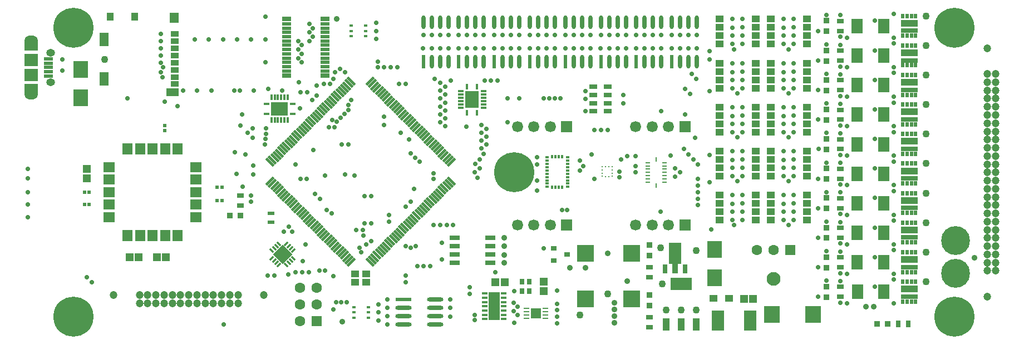
<source format=gbr>
%TF.GenerationSoftware,Altium Limited,Altium Designer,22.4.2 (48)*%
G04 Layer_Color=8388736*
%FSLAX45Y45*%
%MOMM*%
%TF.SameCoordinates,3A7B4B19-9BDF-4AC5-8A71-DEF6C9DA19E2*%
%TF.FilePolarity,Negative*%
%TF.FileFunction,Soldermask,Top*%
%TF.Part,Single*%
G01*
G75*
%TA.AperFunction,SMDPad,CuDef*%
%ADD26R,0.67500X0.25000*%
%ADD34R,1.10000X0.60000*%
%ADD40R,0.27500X0.25000*%
%ADD47R,1.50000X1.80000*%
%ADD48R,1.80000X1.50000*%
%ADD50R,0.90000X0.80000*%
%ADD52R,0.80000X0.90000*%
G04:AMPARAMS|DCode=53|XSize=0.85mm|YSize=0.25mm|CornerRadius=0.125mm|HoleSize=0mm|Usage=FLASHONLY|Rotation=0.000|XOffset=0mm|YOffset=0mm|HoleType=Round|Shape=RoundedRectangle|*
%AMROUNDEDRECTD53*
21,1,0.85000,0.00000,0,0,0.0*
21,1,0.60000,0.25000,0,0,0.0*
1,1,0.25000,0.30000,0.00000*
1,1,0.25000,-0.30000,0.00000*
1,1,0.25000,-0.30000,0.00000*
1,1,0.25000,0.30000,0.00000*
%
%ADD53ROUNDEDRECTD53*%
%ADD54R,1.50000X1.60000*%
%ADD56R,1.20000X1.00000*%
G04:AMPARAMS|DCode=58|XSize=2.46916mm|YSize=0.62213mm|CornerRadius=0.31107mm|HoleSize=0mm|Usage=FLASHONLY|Rotation=0.000|XOffset=0mm|YOffset=0mm|HoleType=Round|Shape=RoundedRectangle|*
%AMROUNDEDRECTD58*
21,1,2.46916,0.00000,0,0,0.0*
21,1,1.84702,0.62213,0,0,0.0*
1,1,0.62213,0.92351,0.00000*
1,1,0.62213,-0.92351,0.00000*
1,1,0.62213,-0.92351,0.00000*
1,1,0.62213,0.92351,0.00000*
%
%ADD58ROUNDEDRECTD58*%
%ADD61R,0.60000X0.40000*%
%ADD65R,1.78000X2.16000*%
%ADD66R,2.46916X0.62213*%
%ADD70R,0.51535X0.47247*%
%ADD71R,0.47247X0.51535*%
%ADD72R,2.30000X2.50000*%
%ADD74R,2.50000X2.50000*%
%ADD76R,1.95580X3.14960*%
%ADD77R,0.25000X0.67500*%
%ADD78R,0.25000X0.27500*%
%TA.AperFunction,ViaPad*%
%ADD98C,0.50000*%
%TA.AperFunction,SMDPad,CuDef*%
%ADD105R,1.00000X0.80000*%
%ADD106R,0.80000X1.00000*%
%ADD107R,1.20000X1.15000*%
%ADD108R,1.15000X1.20000*%
%TA.AperFunction,ComponentPad*%
%ADD113C,1.20000*%
%ADD114C,4.40000*%
%ADD115C,1.60000*%
%ADD116C,1.69000*%
%ADD117O,1.35000X1.15000*%
%ADD118O,2.00000X1.30000*%
%ADD119R,1.69000X1.69000*%
%ADD120R,1.60000X1.60000*%
%ADD121R,1.60000X1.60000*%
%TA.AperFunction,ViaPad*%
%ADD122C,0.70000*%
%ADD123C,1.10000*%
%ADD124C,2.10000*%
%ADD125C,0.90000*%
%ADD126C,6.10000*%
%TA.AperFunction,NonConductor*%
%ADD139R,0.29997X0.52502*%
%ADD140R,0.30002X0.52502*%
%ADD141R,0.30002X0.52497*%
%ADD142R,0.29997X0.52497*%
%ADD143R,0.52502X0.40000*%
%ADD144R,0.52502X0.40005*%
%ADD145R,0.52497X0.40000*%
%ADD146R,0.52497X0.40005*%
%TA.AperFunction,SMDPad,CuDef*%
G04:AMPARAMS|DCode=147|XSize=0.4mm|YSize=1.6mm|CornerRadius=0mm|HoleSize=0mm|Usage=FLASHONLY|Rotation=315.000|XOffset=0mm|YOffset=0mm|HoleType=Round|Shape=Rectangle|*
%AMROTATEDRECTD147*
4,1,4,-0.70711,-0.42426,0.42426,0.70711,0.70711,0.42426,-0.42426,-0.70711,-0.70711,-0.42426,0.0*
%
%ADD147ROTATEDRECTD147*%

G04:AMPARAMS|DCode=148|XSize=0.4mm|YSize=1.6mm|CornerRadius=0mm|HoleSize=0mm|Usage=FLASHONLY|Rotation=45.000|XOffset=0mm|YOffset=0mm|HoleType=Round|Shape=Rectangle|*
%AMROTATEDRECTD148*
4,1,4,0.42426,-0.70711,-0.70711,0.42426,-0.42426,0.70711,0.70711,-0.42426,0.42426,-0.70711,0.0*
%
%ADD148ROTATEDRECTD148*%

%ADD149R,0.38000X0.95000*%
%ADD150R,0.50640X0.78580*%
%ADD151R,1.24000X1.01000*%
%ADD152O,0.60000X2.10000*%
%ADD153R,0.90000X0.90000*%
%ADD154R,2.45000X2.55000*%
%ADD155R,1.00000X1.95000*%
%ADD156R,0.65000X1.40000*%
%ADD157R,0.90000X0.90000*%
%ADD158R,3.30000X1.95000*%
%ADD159R,1.20000X0.70000*%
%TA.AperFunction,ConnectorPad*%
%ADD160R,1.45000X0.50000*%
%TA.AperFunction,SMDPad,CuDef*%
%ADD161R,2.15000X2.65000*%
%ADD162R,0.95000X0.38000*%
%TA.AperFunction,ConnectorPad*%
%ADD163R,1.45000X0.70000*%
%TA.AperFunction,SMDPad,CuDef*%
%ADD164R,2.65000X2.15000*%
%ADD165R,1.45000X1.65000*%
%ADD166R,1.20000X0.95000*%
%TA.AperFunction,ConnectorPad*%
%ADD167R,2.00000X1.90000*%
%TA.AperFunction,SMDPad,CuDef*%
%ADD168R,1.90000X1.27000*%
%ADD169R,1.62500X0.75000*%
%ADD170R,0.95000X0.45000*%
%ADD171R,1.75000X4.35000*%
%ADD172P,2.96985X4X180.0*%
G04:AMPARAMS|DCode=173|XSize=0.75mm|YSize=0.35mm|CornerRadius=0mm|HoleSize=0mm|Usage=FLASHONLY|Rotation=45.000|XOffset=0mm|YOffset=0mm|HoleType=Round|Shape=Rectangle|*
%AMROTATEDRECTD173*
4,1,4,-0.14142,-0.38891,-0.38891,-0.14142,0.14142,0.38891,0.38891,0.14142,-0.14142,-0.38891,0.0*
%
%ADD173ROTATEDRECTD173*%

%ADD174R,2.53840X0.65880*%
%ADD175R,2.53840X1.14140*%
%ADD176R,0.90000X1.57500*%
%ADD177R,1.95000X3.22500*%
%ADD178R,0.60000X2.10000*%
%ADD179R,1.25000X1.10000*%
%ADD180R,1.45000X2.00000*%
%ADD181R,1.10000X1.30000*%
%ADD182R,1.20000X0.85000*%
G04:AMPARAMS|DCode=183|XSize=0.75mm|YSize=0.35mm|CornerRadius=0mm|HoleSize=0mm|Usage=FLASHONLY|Rotation=135.000|XOffset=0mm|YOffset=0mm|HoleType=Round|Shape=Rectangle|*
%AMROTATEDRECTD183*
4,1,4,0.38891,-0.14142,0.14142,-0.38891,-0.38891,0.14142,-0.14142,0.38891,0.38891,-0.14142,0.0*
%
%ADD183ROTATEDRECTD183*%

%TA.AperFunction,Conductor*%
%ADD184R,1.99997X1.67500*%
D26*
X11786250Y3600000D02*
D03*
Y3500000D02*
D03*
Y3400000D02*
D03*
Y3349998D02*
D03*
Y3649997D02*
D03*
Y3549997D02*
D03*
Y3449998D02*
D03*
X11533749Y3349998D02*
D03*
Y3400000D02*
D03*
Y3449998D02*
D03*
Y3500000D02*
D03*
Y3549997D02*
D03*
Y3600000D02*
D03*
Y3649997D02*
D03*
D34*
X5800001Y2880002D02*
D03*
Y2739997D02*
D03*
D40*
X10991250Y3540002D02*
D03*
Y3490000D02*
D03*
Y3590000D02*
D03*
Y3440003D02*
D03*
X10838748D02*
D03*
Y3490000D02*
D03*
Y3540002D02*
D03*
Y3590000D02*
D03*
D47*
X4379998Y3860001D02*
D03*
X3620000D02*
D03*
X4190001Y2539999D02*
D03*
X4379998D02*
D03*
X3620000D02*
D03*
X3810002D02*
D03*
X3999999D02*
D03*
X4190001Y3860001D02*
D03*
X3999999D02*
D03*
X3810002D02*
D03*
D48*
X3340000Y3580002D02*
D03*
X4659998D02*
D03*
Y2819998D02*
D03*
X3340000D02*
D03*
X4659998Y3010001D02*
D03*
Y3199998D02*
D03*
Y3390000D02*
D03*
X3340000D02*
D03*
Y3199998D02*
D03*
Y3010001D02*
D03*
D50*
X10104998Y2154999D02*
D03*
Y2345001D02*
D03*
X10305003Y2250000D02*
D03*
D52*
X9735000Y1835000D02*
D03*
X9625000Y1695000D02*
D03*
Y1835000D02*
D03*
X9735000Y1695000D02*
D03*
D53*
X9980000Y1425000D02*
D03*
X9690000Y1375000D02*
D03*
X9980000D02*
D03*
Y1325000D02*
D03*
Y1275000D02*
D03*
X9690000D02*
D03*
Y1325000D02*
D03*
Y1425000D02*
D03*
D54*
X9835000Y1350000D02*
D03*
D56*
X7249999Y1825001D02*
D03*
X7080002Y1954998D02*
D03*
Y1825001D02*
D03*
X7249999Y1954998D02*
D03*
D58*
X7813640Y1433500D02*
D03*
Y1306500D02*
D03*
Y1179500D02*
D03*
X8296360D02*
D03*
Y1306500D02*
D03*
Y1433500D02*
D03*
Y1560500D02*
D03*
D61*
X7285000Y1284999D02*
D03*
Y1365000D02*
D03*
Y1445000D02*
D03*
X7065000D02*
D03*
Y1365000D02*
D03*
Y1284999D02*
D03*
X7025000Y5576361D02*
D03*
Y5656361D02*
D03*
Y5736361D02*
D03*
X7245000D02*
D03*
X7245000Y5656361D02*
D03*
Y5576361D02*
D03*
D65*
X15122501Y5729994D02*
D03*
X14717500D02*
D03*
X14717499Y5279996D02*
D03*
X14717503Y4829996D02*
D03*
X14717500Y4379997D02*
D03*
X14717499Y3929997D02*
D03*
X14717500Y3479997D02*
D03*
X14717499Y2579997D02*
D03*
X14717500Y2129997D02*
D03*
X14722501Y1679997D02*
D03*
X14717500Y3029997D02*
D03*
X15127498Y1679997D02*
D03*
X15122499Y3479997D02*
D03*
X15122502Y2579997D02*
D03*
X15122498Y4379997D02*
D03*
X15122502Y5279996D02*
D03*
X15122498Y3029997D02*
D03*
X15122502Y3929997D02*
D03*
X15122499Y2129997D02*
D03*
X15122501Y4829996D02*
D03*
D66*
X7813640Y1560500D02*
D03*
D70*
X2962144Y3010000D02*
D03*
X3037856D02*
D03*
X5057857Y3075000D02*
D03*
X4982144D02*
D03*
X3037857Y3200000D02*
D03*
X2962144D02*
D03*
X4982144Y3275000D02*
D03*
X5057856D02*
D03*
D71*
X4185000Y4137144D02*
D03*
Y4212856D02*
D03*
D72*
X12550000Y2324999D02*
D03*
Y1895002D02*
D03*
X2910000Y4640000D02*
D03*
Y5070000D02*
D03*
D74*
X11285001Y1570001D02*
D03*
X11285001Y2269999D02*
D03*
X10585002Y1570000D02*
D03*
Y2269999D02*
D03*
D76*
X12604891Y1244999D02*
D03*
X13095111D02*
D03*
D77*
X11659997Y3298746D02*
D03*
Y3701249D02*
D03*
D78*
X10890000Y3591249D02*
D03*
X10939997D02*
D03*
Y3438748D02*
D03*
X10890000D02*
D03*
D98*
X9885000Y1300000D02*
D03*
Y1400000D02*
D03*
X9785000D02*
D03*
Y1300000D02*
D03*
D105*
X14460001Y5654994D02*
D03*
Y5804994D02*
D03*
X14460001Y5354995D02*
D03*
Y4904996D02*
D03*
Y4454991D02*
D03*
Y4004996D02*
D03*
Y3554996D02*
D03*
Y2654996D02*
D03*
Y2204996D02*
D03*
Y1754991D02*
D03*
Y3104991D02*
D03*
X5340000Y3145000D02*
D03*
Y2995000D02*
D03*
X11559998Y1290001D02*
D03*
Y1139999D02*
D03*
X11560000Y2055001D02*
D03*
Y1904999D02*
D03*
X14460001Y1604994D02*
D03*
Y3404999D02*
D03*
Y2504994D02*
D03*
Y4304993D02*
D03*
Y5204993D02*
D03*
Y2954994D02*
D03*
Y3854994D02*
D03*
Y2054999D02*
D03*
Y4754993D02*
D03*
D106*
X15495001Y1195000D02*
D03*
X15345000D02*
D03*
D107*
X3000000Y3550000D02*
D03*
X9950000Y1835000D02*
D03*
Y1695000D02*
D03*
X3000000Y3410000D02*
D03*
D108*
X13135001Y1575001D02*
D03*
X9215000Y1830000D02*
D03*
X3650000Y2210000D02*
D03*
X4205000Y2205000D02*
D03*
X9355000Y1830000D02*
D03*
X3790000Y2210000D02*
D03*
X4065000Y2205000D02*
D03*
X12995003Y1575001D02*
D03*
D113*
X5299999Y1630000D02*
D03*
X5050002D02*
D03*
X4924998D02*
D03*
X4675001D02*
D03*
X4550003D02*
D03*
X4300000D02*
D03*
X4175002D02*
D03*
X3925000D02*
D03*
X3800002D02*
D03*
X3800001Y1505001D02*
D03*
X16700000Y2250000D02*
D03*
X16825000D02*
D03*
X5175000Y1630000D02*
D03*
X5175000Y1505001D02*
D03*
X4800000Y1630000D02*
D03*
X4424999D02*
D03*
X4424999Y1505001D02*
D03*
X4800000D02*
D03*
X4049999Y1630000D02*
D03*
Y1505001D02*
D03*
X5299998D02*
D03*
X5050002D02*
D03*
X4924998D02*
D03*
X4675001D02*
D03*
X4550003D02*
D03*
X4300001D02*
D03*
X4175002D02*
D03*
X3925000D02*
D03*
X5690001Y1630000D02*
D03*
X3410000Y1630000D02*
D03*
X16700000Y4875000D02*
D03*
X16825000D02*
D03*
X16700000Y4625000D02*
D03*
X16825000D02*
D03*
X16700000Y4375000D02*
D03*
X16825000D02*
D03*
X16700000Y4125000D02*
D03*
X16825000D02*
D03*
X16700000Y3875000D02*
D03*
X16825000D02*
D03*
X16700000Y3625000D02*
D03*
X16825000D02*
D03*
X16700000Y3375000D02*
D03*
X16825000D02*
D03*
X16700000Y3125000D02*
D03*
X16825000D02*
D03*
X16700000Y2875000D02*
D03*
X16825000D02*
D03*
X16700000Y2625000D02*
D03*
X16825000D02*
D03*
X16700000Y2500000D02*
D03*
X16825000Y2375000D02*
D03*
Y2500000D02*
D03*
X16700000Y2125000D02*
D03*
X16825000D02*
D03*
X16700000Y2375000D02*
D03*
Y2000000D02*
D03*
X16825000D02*
D03*
X16700000Y1610000D02*
D03*
Y5390000D02*
D03*
X16825000Y2750000D02*
D03*
Y3000000D02*
D03*
Y3250000D02*
D03*
Y3500000D02*
D03*
Y3750000D02*
D03*
Y4000000D02*
D03*
Y4250000D02*
D03*
Y4500000D02*
D03*
Y4750000D02*
D03*
Y5000000D02*
D03*
X16700000Y2750000D02*
D03*
Y3000000D02*
D03*
Y3250000D02*
D03*
Y3500000D02*
D03*
Y3750000D02*
D03*
Y4000000D02*
D03*
Y4250000D02*
D03*
Y4500000D02*
D03*
Y4750000D02*
D03*
Y5000000D02*
D03*
D114*
X16220000Y2460000D02*
D03*
X16220000Y1959996D02*
D03*
D115*
X13450000Y2315000D02*
D03*
X6499999Y1744000D02*
D03*
X6245999D02*
D03*
Y1490000D02*
D03*
X6499999D02*
D03*
X6245998Y1236000D02*
D03*
X13196001Y2315000D02*
D03*
D116*
X9800000Y4199999D02*
D03*
Y2699999D02*
D03*
X10050002Y4199999D02*
D03*
X9549998D02*
D03*
X11349998Y4200002D02*
D03*
X11600000D02*
D03*
X11850002D02*
D03*
X11849999Y2700001D02*
D03*
X11599997D02*
D03*
X11350000D02*
D03*
X9549998Y2699999D02*
D03*
X10050002D02*
D03*
D117*
X2450000Y5322500D02*
D03*
Y4877497D02*
D03*
D118*
X2150001Y5517501D02*
D03*
X2150001Y4682502D02*
D03*
D119*
X10299999Y4199999D02*
D03*
X12099999Y4200001D02*
D03*
X12100001Y2700001D02*
D03*
X10299999Y2699999D02*
D03*
D120*
X6499999Y1236000D02*
D03*
D121*
X13703999Y2315000D02*
D03*
D122*
X5410000Y3770000D02*
D03*
X5530000Y3605000D02*
D03*
Y3470000D02*
D03*
X6215000Y5502501D02*
D03*
X6500000Y4825000D02*
D03*
X6225000Y4875000D02*
D03*
X6700000Y4850000D02*
D03*
X6325000Y2400000D02*
D03*
X5365000Y4385000D02*
D03*
X6730000Y4300000D02*
D03*
X5760000Y4770000D02*
D03*
X5720000Y5180000D02*
D03*
Y5875000D02*
D03*
X5340000Y4210000D02*
D03*
X5450000Y4100000D02*
D03*
X8450000Y4565000D02*
D03*
X6240000Y4475000D02*
D03*
X6350000Y4725000D02*
D03*
X11880000Y3760000D02*
D03*
X11950000Y3565000D02*
D03*
X12025000Y3500000D02*
D03*
X12085000Y3860000D02*
D03*
X12300000Y3100000D02*
D03*
X12150000Y3775000D02*
D03*
X11160000Y4555000D02*
D03*
Y4679998D02*
D03*
X9215000Y1975000D02*
D03*
X9500000Y1695000D02*
D03*
X6062196Y1944395D02*
D03*
X7850000Y1825000D02*
D03*
Y1925000D02*
D03*
X7600000Y2850000D02*
D03*
X7325000Y2450000D02*
D03*
X7250000Y2400000D02*
D03*
X7210000Y2540000D02*
D03*
X6750000Y1920000D02*
D03*
X7600000Y2750000D02*
D03*
X7095000Y2625000D02*
D03*
X6975000Y3925000D02*
D03*
X6875000Y3925294D02*
D03*
X6425000Y4600000D02*
D03*
X6500000Y4675000D02*
D03*
X5715000Y4010000D02*
D03*
X5730000Y4170000D02*
D03*
X5725000Y4090000D02*
D03*
X5500000Y3150000D02*
D03*
X6550000Y3100000D02*
D03*
X6475000Y3175000D02*
D03*
X7975000Y3250000D02*
D03*
X6340000Y3400000D02*
D03*
X6125000Y2600000D02*
D03*
X7200000Y2620000D02*
D03*
X5500000Y3050000D02*
D03*
X5255000Y3805000D02*
D03*
X6285000Y2150000D02*
D03*
X6075000Y2675000D02*
D03*
X6975000Y4530000D02*
D03*
X7025000Y4600000D02*
D03*
X6450000Y3840000D02*
D03*
X6920000Y4390000D02*
D03*
X6860000Y4335000D02*
D03*
X6975000Y4450000D02*
D03*
X6800000Y4275000D02*
D03*
X5085000Y1185503D02*
D03*
X13600000Y5454500D02*
D03*
X12820001D02*
D03*
X11199999Y5390000D02*
D03*
X12279999D02*
D03*
X11739999D02*
D03*
X13600000Y4784500D02*
D03*
Y4114501D02*
D03*
X12820001Y4784500D02*
D03*
Y4114501D02*
D03*
X13600000Y3444501D02*
D03*
X12820001D02*
D03*
X13600000Y2774501D02*
D03*
X12820001D02*
D03*
X11100000Y3515000D02*
D03*
X10659999Y5390000D02*
D03*
X10119999D02*
D03*
X9579999D02*
D03*
X10587500Y4617500D02*
D03*
X9039999Y5390000D02*
D03*
X8499999D02*
D03*
X9050000Y4900000D02*
D03*
X9850000Y3730002D02*
D03*
X10500000Y3530002D02*
D03*
X7525000Y4350000D02*
D03*
X6680000Y4190000D02*
D03*
X7775000Y4100000D02*
D03*
X6385000Y5632501D02*
D03*
X4156716Y5100000D02*
D03*
X3620000Y4625000D02*
D03*
X5275000Y3475000D02*
D03*
X4379998Y4510000D02*
D03*
X2100000Y3550000D02*
D03*
X9850000Y3225000D02*
D03*
X8275000Y3400000D02*
D03*
X7850000Y2975000D02*
D03*
X8400000Y2175000D02*
D03*
X10150000Y1700000D02*
D03*
Y1500000D02*
D03*
X7575000Y1433500D02*
D03*
X6725000Y2875000D02*
D03*
X7175000Y2280000D02*
D03*
X2100000Y2819998D02*
D03*
X5850000Y1925000D02*
D03*
X3000000Y1900000D02*
D03*
X8775000Y4200000D02*
D03*
X8535000Y4900000D02*
D03*
X7850000Y2375000D02*
D03*
X7925000Y2350000D02*
D03*
X8000000Y2375000D02*
D03*
X6750000Y1410000D02*
D03*
X11725000Y2905000D02*
D03*
X6950000Y1525000D02*
D03*
X7440000Y1490000D02*
D03*
Y1240000D02*
D03*
Y1365000D02*
D03*
X6870000Y1525000D02*
D03*
X6790000D02*
D03*
X6770000Y4190000D02*
D03*
X4465000Y4745000D02*
D03*
X4125000Y5025000D02*
D03*
X4150000Y4951252D02*
D03*
X4125000Y5281249D02*
D03*
Y5171252D02*
D03*
Y5391251D02*
D03*
Y5501248D02*
D03*
Y5611251D02*
D03*
X7225000Y3140000D02*
D03*
X7325000D02*
D03*
X6264930Y5307423D02*
D03*
X6265000Y5437500D02*
D03*
X6385000Y5502501D02*
D03*
X6215000Y5372500D02*
D03*
X8275000Y3485000D02*
D03*
X6625000Y3450000D02*
D03*
X6175000Y3625000D02*
D03*
X6925000Y3465000D02*
D03*
X7075000Y3450000D02*
D03*
X7150000Y2355000D02*
D03*
X6250000Y3400000D02*
D03*
X7525000Y4225000D02*
D03*
X7900000Y4000000D02*
D03*
X6650000Y2925000D02*
D03*
X9950000Y2345000D02*
D03*
X5370000Y3285000D02*
D03*
X8575000Y2700000D02*
D03*
X10230000Y2925000D02*
D03*
X10310000D02*
D03*
X7725000Y5100000D02*
D03*
X7625000D02*
D03*
X7525000D02*
D03*
X7425000D02*
D03*
Y5185000D02*
D03*
X7325000Y2725000D02*
D03*
X7225000D02*
D03*
X9400000Y4265000D02*
D03*
X8450000Y4205000D02*
D03*
X10035000Y4625000D02*
D03*
X7750000Y4850000D02*
D03*
X7850000D02*
D03*
X10205000Y4625000D02*
D03*
X10120000D02*
D03*
X10587500Y4430001D02*
D03*
X11350000Y3750000D02*
D03*
X11225000D02*
D03*
X9950000Y4625000D02*
D03*
X10725000Y4150000D02*
D03*
X10675000Y3775000D02*
D03*
X10550000Y3600000D02*
D03*
X10500000Y3679999D02*
D03*
X9850000Y3375000D02*
D03*
Y3620000D02*
D03*
X10925000Y4150000D02*
D03*
X10825000D02*
D03*
X11125000Y3700000D02*
D03*
X11100000Y3425000D02*
D03*
X10725000Y3400000D02*
D03*
X8025000Y2075000D02*
D03*
X8125000D02*
D03*
X8225000D02*
D03*
X11735000Y4435000D02*
D03*
X11350000Y3600000D02*
D03*
Y3500000D02*
D03*
X11950000Y3435000D02*
D03*
X8060000Y3660000D02*
D03*
X8372997Y5390000D02*
D03*
X8245997Y5590000D02*
D03*
X8372997D02*
D03*
X7995000Y3725000D02*
D03*
X7930000Y3790000D02*
D03*
X8245997Y5390000D02*
D03*
X8900000Y1330000D02*
D03*
Y1250000D02*
D03*
X8825000Y1750000D02*
D03*
Y1650000D02*
D03*
X9495000Y1510000D02*
D03*
X8400000Y2425000D02*
D03*
X9550000Y1450000D02*
D03*
X9495000Y1390000D02*
D03*
X9550000Y1330000D02*
D03*
X9500000Y1210000D02*
D03*
X10150000Y1200000D02*
D03*
Y1300000D02*
D03*
Y1400000D02*
D03*
X8525000Y1305000D02*
D03*
Y1435000D02*
D03*
Y1560500D02*
D03*
X7575000Y1306500D02*
D03*
X6540000Y2000000D02*
D03*
X6375000Y1975000D02*
D03*
X7575000Y1179500D02*
D03*
Y1560500D02*
D03*
X6625000Y2000000D02*
D03*
X15280000Y1505000D02*
D03*
X12500000Y2630000D02*
D03*
X8475000Y2700000D02*
D03*
X12300000Y3400000D02*
D03*
X8375000Y2700000D02*
D03*
X8275000D02*
D03*
X7925000Y3050000D02*
D03*
X12300000Y3000000D02*
D03*
Y3200000D02*
D03*
Y3300000D02*
D03*
Y3625000D02*
D03*
X12475000Y3765000D02*
D03*
X12225000Y3700000D02*
D03*
X8945000Y3420000D02*
D03*
X8900000Y3500000D02*
D03*
X8975000Y3560000D02*
D03*
X8910000Y3630000D02*
D03*
X8975000Y3700000D02*
D03*
X12250000Y4025000D02*
D03*
X12275000Y4925000D02*
D03*
X12175000Y4700000D02*
D03*
X12200000Y5000000D02*
D03*
X12100000Y4775000D02*
D03*
X9000000Y4225000D02*
D03*
X9575000Y4625000D02*
D03*
X12475000Y4735000D02*
D03*
X13600000Y4360000D02*
D03*
Y4495501D02*
D03*
X9400000Y4625000D02*
D03*
X9250000Y4900000D02*
D03*
X12820001Y5165500D02*
D03*
X12970001D02*
D03*
X13675000Y5375000D02*
D03*
X8375000Y4865000D02*
D03*
X8295000Y4925000D02*
D03*
X12820001Y5835500D02*
D03*
X12025997Y5390000D02*
D03*
X12105000Y4385000D02*
D03*
X12152997Y5390000D02*
D03*
X9737499D02*
D03*
X11072997Y5590000D02*
D03*
X11357499Y5390000D02*
D03*
X11072997D02*
D03*
X12152997Y5590000D02*
D03*
X9150000Y4900000D02*
D03*
X14135001Y3855001D02*
D03*
X14460001Y3765000D02*
D03*
X14460001Y3644995D02*
D03*
Y1844995D02*
D03*
X14460001Y1965000D02*
D03*
X12475000Y3350000D02*
D03*
X14255000Y2300001D02*
D03*
X14460001Y2294995D02*
D03*
X14460001Y2415000D02*
D03*
Y2865000D02*
D03*
X14460001Y2744995D02*
D03*
X14125000Y3405001D02*
D03*
X13675000Y4705000D02*
D03*
X12895001D02*
D03*
X12820001Y4495501D02*
D03*
X14460001Y4665000D02*
D03*
X14460001Y4544994D02*
D03*
X14125000Y2055001D02*
D03*
X12475000Y5225000D02*
D03*
Y5350000D02*
D03*
X14255000Y5000000D02*
D03*
Y5450000D02*
D03*
X14460001Y5565000D02*
D03*
X14460001Y5444994D02*
D03*
X14564999Y5105000D02*
D03*
Y4655000D02*
D03*
Y4205000D02*
D03*
Y3755000D02*
D03*
Y3305000D02*
D03*
Y2855000D02*
D03*
Y2405000D02*
D03*
Y1955000D02*
D03*
Y1505000D02*
D03*
Y5555000D02*
D03*
X9035000Y3785000D02*
D03*
X9000000Y3865000D02*
D03*
X9075000Y3925000D02*
D03*
X9000000Y3985000D02*
D03*
X9075000Y4045000D02*
D03*
X9000000Y4105000D02*
D03*
X9075000Y4165000D02*
D03*
X8375000Y4265000D02*
D03*
Y4385000D02*
D03*
Y4505000D02*
D03*
X8450000Y4685000D02*
D03*
X8375000Y4745000D02*
D03*
X8450000Y4325000D02*
D03*
Y4445000D02*
D03*
X8375000Y4625000D02*
D03*
X8450000Y4805000D02*
D03*
X14255000Y1850001D02*
D03*
X13750000Y3155501D02*
D03*
X14125000Y2505001D02*
D03*
Y2955001D02*
D03*
X13750000Y5454500D02*
D03*
X12970001Y2774501D02*
D03*
Y2901501D02*
D03*
Y3028501D02*
D03*
Y3155501D02*
D03*
X12850000Y2695000D02*
D03*
X12820001Y2901501D02*
D03*
Y3020000D02*
D03*
Y3155501D02*
D03*
X13750000Y2774501D02*
D03*
Y2901501D02*
D03*
Y3028501D02*
D03*
X13675000Y2695000D02*
D03*
X13600000Y2901501D02*
D03*
Y3020000D02*
D03*
Y3155501D02*
D03*
X12970001Y3444501D02*
D03*
Y3571501D02*
D03*
Y3698501D02*
D03*
Y3825501D02*
D03*
X12895001Y3365000D02*
D03*
X12820001Y3571501D02*
D03*
Y3690000D02*
D03*
Y3825501D02*
D03*
X13750000Y3444501D02*
D03*
Y3571501D02*
D03*
Y3698501D02*
D03*
Y3825501D02*
D03*
X13675000Y3365000D02*
D03*
X13600000Y3571501D02*
D03*
Y3690000D02*
D03*
Y3825501D02*
D03*
X12970001Y4114501D02*
D03*
Y4241501D02*
D03*
Y4368501D02*
D03*
Y4495501D02*
D03*
X12895001Y4035000D02*
D03*
X12820001Y4241501D02*
D03*
Y4360000D02*
D03*
X13750000Y4114501D02*
D03*
Y4241501D02*
D03*
Y4368501D02*
D03*
Y4495501D02*
D03*
X13675000Y4035000D02*
D03*
X13600000Y4241501D02*
D03*
X12970001Y4784500D02*
D03*
Y4911500D02*
D03*
Y5038500D02*
D03*
X12820001Y4911500D02*
D03*
Y5030000D02*
D03*
X13750000Y4784500D02*
D03*
Y4911500D02*
D03*
Y5038500D02*
D03*
Y5165500D02*
D03*
X13600000Y4911500D02*
D03*
Y5030000D02*
D03*
Y5165500D02*
D03*
X12970001Y5454500D02*
D03*
Y5581500D02*
D03*
Y5708500D02*
D03*
Y5835500D02*
D03*
X12850000Y5375000D02*
D03*
X12820001Y5581500D02*
D03*
Y5700000D02*
D03*
X13600000D02*
D03*
X14460001Y1515000D02*
D03*
X14125000Y1605001D02*
D03*
X15280000Y1865000D02*
D03*
X14989999Y1759995D02*
D03*
X15280000Y1955000D02*
D03*
Y2315000D02*
D03*
X14989999Y2209995D02*
D03*
X15280000Y2405000D02*
D03*
Y2765000D02*
D03*
X14989999Y2659995D02*
D03*
X14255000Y2750001D02*
D03*
X15280000Y2854999D02*
D03*
Y3214999D02*
D03*
X14460001Y3194995D02*
D03*
X14989999Y3109995D02*
D03*
X14255000Y3200001D02*
D03*
X14460001Y3315000D02*
D03*
X15280000Y3304999D02*
D03*
Y3664999D02*
D03*
X14989999Y3559995D02*
D03*
X14255000Y3650001D02*
D03*
X15280000Y3754999D02*
D03*
Y4114999D02*
D03*
X14460001Y4094995D02*
D03*
X14989999Y4009995D02*
D03*
X14255000Y4100000D02*
D03*
X14460001Y4215000D02*
D03*
X14125000Y4305001D02*
D03*
X15280000Y4204999D02*
D03*
Y4564999D02*
D03*
X14989999Y4459995D02*
D03*
X14255000Y4550000D02*
D03*
X14125000Y4755000D02*
D03*
X15280000Y4654999D02*
D03*
Y5014999D02*
D03*
X14460001Y4994994D02*
D03*
X14989999Y4909994D02*
D03*
X14460001Y5115000D02*
D03*
X14125000Y5205000D02*
D03*
X15280000Y5104999D02*
D03*
Y5464999D02*
D03*
X14989999Y5359994D02*
D03*
X14125000Y5655000D02*
D03*
X15280000Y5554999D02*
D03*
Y5914999D02*
D03*
X14255000Y5900000D02*
D03*
X14460001Y5894994D02*
D03*
X14989999Y5809994D02*
D03*
X13600000Y5581500D02*
D03*
X13750000D02*
D03*
Y5708500D02*
D03*
Y5835500D02*
D03*
X13600000D02*
D03*
X6250000Y4725000D02*
D03*
X6275000Y1975000D02*
D03*
X6000000Y2600000D02*
D03*
X6175000Y1975000D02*
D03*
X5750000Y1925000D02*
D03*
X4185000Y4575000D02*
D03*
X3075000Y1825000D02*
D03*
X2100000Y3010000D02*
D03*
Y3200000D02*
D03*
Y3410000D02*
D03*
X5710000Y3930000D02*
D03*
X5525000Y4025000D02*
D03*
Y4175000D02*
D03*
X5970001Y4745000D02*
D03*
X2625000Y5050000D02*
D03*
Y5225000D02*
D03*
X5245000Y4745000D02*
D03*
X5325001Y4745000D02*
D03*
X5715001Y5530000D02*
D03*
X5500000D02*
D03*
X6435000Y5567501D02*
D03*
Y5697501D02*
D03*
X6385000Y5762501D02*
D03*
X6265000Y5177500D02*
D03*
X6215000Y5242500D02*
D03*
X7400000Y5531361D02*
D03*
Y5781361D02*
D03*
Y5656361D02*
D03*
X5540001Y4745000D02*
D03*
X5285000Y5530000D02*
D03*
X5070000D02*
D03*
X4855000D02*
D03*
X4640000D02*
D03*
X4680001Y4745000D02*
D03*
X4895001D02*
D03*
X10587500Y4742500D02*
D03*
X6610000Y4850000D02*
D03*
X6750000Y4925000D02*
D03*
X6775000Y5025000D02*
D03*
X6850000Y5075000D02*
D03*
X6925000Y5025000D02*
D03*
X12279997Y5590000D02*
D03*
X11897499Y5390000D02*
D03*
X12025997Y5590000D02*
D03*
X11898997D02*
D03*
X11739997D02*
D03*
X11612997D02*
D03*
X11485997Y5390000D02*
D03*
X11612997D02*
D03*
X11485997Y5590000D02*
D03*
X11358997D02*
D03*
X11199997D02*
D03*
X10945997Y5390000D02*
D03*
X10817499D02*
D03*
X10945997Y5590000D02*
D03*
X10818997D02*
D03*
X10659997D02*
D03*
X10532997D02*
D03*
X10405997Y5390000D02*
D03*
X10277499D02*
D03*
X10532997D02*
D03*
X10405997Y5590000D02*
D03*
X10278997D02*
D03*
X10119997D02*
D03*
X9992997D02*
D03*
X9865997Y5390000D02*
D03*
X9992997D02*
D03*
X9865997Y5590000D02*
D03*
X9738997D02*
D03*
X9579997D02*
D03*
X9452997D02*
D03*
X9325997Y5390000D02*
D03*
X9197500D02*
D03*
X9452997D02*
D03*
X9325997Y5590000D02*
D03*
X9198997D02*
D03*
X9039997D02*
D03*
X8912997D02*
D03*
X8785997Y5390000D02*
D03*
X8657500D02*
D03*
X8912997D02*
D03*
X8785997Y5590000D02*
D03*
X8658997D02*
D03*
X8117500Y5390000D02*
D03*
X8118997Y5590000D02*
D03*
X8499997D02*
D03*
D123*
X15764999Y5884994D02*
D03*
Y4984994D02*
D03*
Y5434994D02*
D03*
Y4534994D02*
D03*
Y4084995D02*
D03*
Y3634995D02*
D03*
Y3184995D02*
D03*
Y2734995D02*
D03*
Y2284995D02*
D03*
Y1834995D02*
D03*
X12040000Y1400000D02*
D03*
X11755000Y1800000D02*
D03*
X10500000Y1325000D02*
D03*
X10925000Y1650000D02*
D03*
X3275000Y5225000D02*
D03*
X12270000Y2310000D02*
D03*
X11725000Y2350000D02*
D03*
X12270000Y1400000D02*
D03*
X11810000D02*
D03*
D124*
X13450000Y1880000D02*
D03*
D125*
X11225000Y1845000D02*
D03*
X6800000Y5840000D02*
D03*
X6885000Y1225000D02*
D03*
X11025000Y1210000D02*
D03*
Y1310000D02*
D03*
Y1415000D02*
D03*
Y1515000D02*
D03*
X10350000Y2050000D02*
D03*
X10585002D02*
D03*
X10925000Y2269999D02*
D03*
X9350000Y2120000D02*
D03*
Y2245000D02*
D03*
Y2375000D02*
D03*
Y2500000D02*
D03*
X14975000Y1450000D02*
D03*
X14855000D02*
D03*
X16500000Y2200000D02*
D03*
D126*
X16200000Y5700000D02*
D03*
X9500000Y3500000D02*
D03*
X16200000Y1300000D02*
D03*
X2800000Y5700000D02*
D03*
Y1300000D02*
D03*
D139*
X10230000Y3273749D02*
D03*
X10130000D02*
D03*
D140*
X10180000D02*
D03*
X10080000D02*
D03*
D141*
Y3736250D02*
D03*
X10180000D02*
D03*
D142*
X10130000D02*
D03*
X10230000D02*
D03*
D143*
X10311249Y3280000D02*
D03*
Y3380000D02*
D03*
Y3430002D02*
D03*
Y3480000D02*
D03*
Y3530002D02*
D03*
Y3579999D02*
D03*
Y3630002D02*
D03*
Y3679999D02*
D03*
Y3730002D02*
D03*
D144*
Y3330000D02*
D03*
D145*
X9998751Y3280000D02*
D03*
Y3380000D02*
D03*
Y3430002D02*
D03*
Y3480000D02*
D03*
Y3530002D02*
D03*
Y3579999D02*
D03*
Y3630002D02*
D03*
Y3679999D02*
D03*
Y3730002D02*
D03*
D146*
Y3330000D02*
D03*
D147*
X6141117Y3016168D02*
D03*
X6423959Y2733325D02*
D03*
X6530024Y2627262D02*
D03*
X6565381Y2591904D02*
D03*
X6600734Y2556551D02*
D03*
X6706802Y2450484D02*
D03*
X6671445Y2485841D02*
D03*
X6636091Y2521194D02*
D03*
X6211828Y2945457D02*
D03*
X6388602Y2768682D02*
D03*
X6105760Y3051525D02*
D03*
X6070407Y3086878D02*
D03*
X5858275Y3299010D02*
D03*
X5822918Y3334367D02*
D03*
X6176471Y2980814D02*
D03*
X7661396Y4536446D02*
D03*
X8121012Y4076829D02*
D03*
X6035050Y3122235D02*
D03*
X6494670Y2662615D02*
D03*
X6989644Y2167641D02*
D03*
X7307843Y4889999D02*
D03*
X7343196Y4854645D02*
D03*
X7378553Y4819288D02*
D03*
X7413907Y4783935D02*
D03*
X7449264Y4748578D02*
D03*
X7484617Y4713224D02*
D03*
X7519975Y4677867D02*
D03*
X7555328Y4642514D02*
D03*
X7590685Y4607157D02*
D03*
X7626039Y4571803D02*
D03*
X7696749Y4501093D02*
D03*
X7732106Y4465736D02*
D03*
X7767460Y4430382D02*
D03*
X7802817Y4395025D02*
D03*
X7838170Y4359671D02*
D03*
X7873528Y4324314D02*
D03*
X7908881Y4288961D02*
D03*
X7944238Y4253604D02*
D03*
X7979591Y4218250D02*
D03*
X8014948Y4182893D02*
D03*
X8050302Y4147540D02*
D03*
X8085659Y4112183D02*
D03*
X8156370Y4041472D02*
D03*
X8191723Y4006119D02*
D03*
X8227080Y3970762D02*
D03*
X8262434Y3935408D02*
D03*
X8297791Y3900051D02*
D03*
X8333144Y3864698D02*
D03*
X8368501Y3829341D02*
D03*
X8403854Y3793987D02*
D03*
X8439211Y3758630D02*
D03*
X8474565Y3723277D02*
D03*
X8509922Y3687920D02*
D03*
X8545276Y3652566D02*
D03*
X7024997Y2132288D02*
D03*
X6954287Y2202998D02*
D03*
X6918933Y2238352D02*
D03*
X6883576Y2273709D02*
D03*
X6848223Y2309062D02*
D03*
X6812866Y2344419D02*
D03*
X6777512Y2379773D02*
D03*
X6742155Y2415130D02*
D03*
X6459313Y2697972D02*
D03*
X6353249Y2804036D02*
D03*
X6317892Y2839393D02*
D03*
X6282538Y2874747D02*
D03*
X6247181Y2910104D02*
D03*
X5999696Y3157589D02*
D03*
X5964339Y3192946D02*
D03*
X5928986Y3228299D02*
D03*
X5893629Y3263656D02*
D03*
X5787565Y3369720D02*
D03*
D148*
X8227080Y3051528D02*
D03*
X8262434Y3086882D02*
D03*
X8297791Y3122239D02*
D03*
X8333144Y3157592D02*
D03*
X6671448Y4536446D02*
D03*
X6706805Y4571803D02*
D03*
X7626039Y2450487D02*
D03*
X7590685Y2415134D02*
D03*
X6742159Y4607157D02*
D03*
X5999700Y3864698D02*
D03*
X6035053Y3900051D02*
D03*
X6848226Y4713224D02*
D03*
X6459317Y4324315D02*
D03*
X6423963Y4288961D02*
D03*
X8509922Y3334371D02*
D03*
X8014948Y2839397D02*
D03*
X6636095Y4501093D02*
D03*
X8545276Y3369724D02*
D03*
X8474565Y3299013D02*
D03*
X8439211Y3263660D02*
D03*
X8403854Y3228303D02*
D03*
X8368501Y3192949D02*
D03*
X8191723Y3016171D02*
D03*
X8156370Y2980818D02*
D03*
X8121012Y2945461D02*
D03*
X8085659Y2910107D02*
D03*
X8050302Y2874750D02*
D03*
X7979591Y2804040D02*
D03*
X7944238Y2768686D02*
D03*
X7908881Y2733329D02*
D03*
X7873527Y2697976D02*
D03*
X7838170Y2662619D02*
D03*
X7802817Y2627265D02*
D03*
X7767460Y2591908D02*
D03*
X7732106Y2556555D02*
D03*
X7696749Y2521198D02*
D03*
X7661396Y2485844D02*
D03*
X7555328Y2379777D02*
D03*
X7519975Y2344423D02*
D03*
X7484617Y2309066D02*
D03*
X7449264Y2273712D02*
D03*
X7413907Y2238355D02*
D03*
X7378553Y2203002D02*
D03*
X7343196Y2167645D02*
D03*
X7307843Y2132291D02*
D03*
X5787568Y3652566D02*
D03*
X5822922Y3687920D02*
D03*
X5858279Y3723277D02*
D03*
X5893632Y3758630D02*
D03*
X5928989Y3793987D02*
D03*
X5964343Y3829341D02*
D03*
X6070411Y3935408D02*
D03*
X6105764Y3970762D02*
D03*
X6141121Y4006119D02*
D03*
X6176474Y4041472D02*
D03*
X6211831Y4076829D02*
D03*
X6247185Y4112183D02*
D03*
X6282542Y4147540D02*
D03*
X6317895Y4182893D02*
D03*
X6353252Y4218250D02*
D03*
X6388606Y4253604D02*
D03*
X6494674Y4359672D02*
D03*
X6530027Y4395025D02*
D03*
X6565384Y4430382D02*
D03*
X6600738Y4465736D02*
D03*
X6777516Y4642514D02*
D03*
X6812869Y4677867D02*
D03*
X6883580Y4748578D02*
D03*
X6918937Y4783935D02*
D03*
X6954290Y4819288D02*
D03*
X6989647Y4854645D02*
D03*
X7025001Y4889999D02*
D03*
D149*
X5807500Y4642500D02*
D03*
X8784999Y4412499D02*
D03*
X5907500Y4642500D02*
D03*
X6057500D02*
D03*
X6007500D02*
D03*
X5957500D02*
D03*
X5857500D02*
D03*
X5807500Y4297500D02*
D03*
X5857500D02*
D03*
X5907500Y4297500D02*
D03*
X5957500D02*
D03*
X6007500D02*
D03*
X6057500D02*
D03*
X8784999Y4807500D02*
D03*
X8935002Y4412499D02*
D03*
Y4807500D02*
D03*
D150*
X15610001Y5884997D02*
D03*
X15545001D02*
D03*
X15545004Y5434997D02*
D03*
X15480003Y5884997D02*
D03*
X15480005Y5434997D02*
D03*
X15610002D02*
D03*
X15480005Y4984997D02*
D03*
X15545004D02*
D03*
X15610002D02*
D03*
X15609998Y4534997D02*
D03*
X15545004Y4084997D02*
D03*
X15610002D02*
D03*
X15480000Y4534997D02*
D03*
X15545000D02*
D03*
X15480005Y4084997D02*
D03*
Y3634998D02*
D03*
X15610002D02*
D03*
X15545004D02*
D03*
X15609998Y3184998D02*
D03*
X15545004Y2734998D02*
D03*
X15610002D02*
D03*
X15480000Y3184998D02*
D03*
X15545000D02*
D03*
X15480005Y2734998D02*
D03*
X15609998Y2284998D02*
D03*
X15545000Y1834998D02*
D03*
X15609998D02*
D03*
X15545000Y2284998D02*
D03*
X15480000D02*
D03*
Y1834998D02*
D03*
X15415004Y5582737D02*
D03*
X15480003D02*
D03*
X15545001D02*
D03*
X15610001D02*
D03*
X15415004Y5884997D02*
D03*
X15415001Y1532738D02*
D03*
X15480000D02*
D03*
X15545000D02*
D03*
X15609998D02*
D03*
X15415001Y1834998D02*
D03*
X15415007Y3634998D02*
D03*
X15610002Y3332738D02*
D03*
X15545004D02*
D03*
X15480005D02*
D03*
X15415007D02*
D03*
Y2734998D02*
D03*
X15610002Y2432738D02*
D03*
X15545004D02*
D03*
X15480005D02*
D03*
X15415007D02*
D03*
X15415001Y4534997D02*
D03*
X15609998Y4232737D02*
D03*
X15545000D02*
D03*
X15480000D02*
D03*
X15415001D02*
D03*
X15415007Y5434997D02*
D03*
X15610002Y5132737D02*
D03*
X15545004D02*
D03*
X15480005D02*
D03*
X15415007D02*
D03*
X15415001Y3184998D02*
D03*
X15609998Y2882738D02*
D03*
X15545000D02*
D03*
X15480000D02*
D03*
X15415001D02*
D03*
X15415007Y4084997D02*
D03*
X15610002Y3782737D02*
D03*
X15545004D02*
D03*
X15480005D02*
D03*
X15415007D02*
D03*
X15415001Y2284998D02*
D03*
X15609998Y1982738D02*
D03*
X15545000D02*
D03*
X15480000D02*
D03*
X15415001D02*
D03*
X15415007Y4984997D02*
D03*
X15610002Y4682737D02*
D03*
X15545004D02*
D03*
X15480005D02*
D03*
X15415007D02*
D03*
D151*
X13406996Y5454500D02*
D03*
Y5708500D02*
D03*
Y5038500D02*
D03*
Y4784500D02*
D03*
X12626997Y5708500D02*
D03*
Y5454500D02*
D03*
Y5038500D02*
D03*
X13406996Y4368501D02*
D03*
Y4114501D02*
D03*
Y3698501D02*
D03*
X12626997Y4784500D02*
D03*
Y4368501D02*
D03*
Y4114501D02*
D03*
Y3698501D02*
D03*
X13406996Y3444501D02*
D03*
X12626997D02*
D03*
X13406996Y2774501D02*
D03*
Y3028501D02*
D03*
X12626997D02*
D03*
Y2774501D02*
D03*
X13406996Y5835500D02*
D03*
Y5581500D02*
D03*
X13952995Y5835500D02*
D03*
Y5708500D02*
D03*
Y5581500D02*
D03*
Y5454500D02*
D03*
X12626997Y3155501D02*
D03*
Y2901501D02*
D03*
X13172997Y3155501D02*
D03*
Y3028501D02*
D03*
Y2901501D02*
D03*
Y2774501D02*
D03*
X13406996Y3155501D02*
D03*
Y2901501D02*
D03*
X13952995Y3155501D02*
D03*
Y3028501D02*
D03*
Y2901501D02*
D03*
Y2774501D02*
D03*
X12626997Y3825501D02*
D03*
Y3571501D02*
D03*
X13172997Y3825501D02*
D03*
Y3698501D02*
D03*
Y3571501D02*
D03*
Y3444501D02*
D03*
X13406996Y3825501D02*
D03*
Y3571501D02*
D03*
X13952995Y3825501D02*
D03*
Y3698501D02*
D03*
Y3571501D02*
D03*
Y3444501D02*
D03*
X12626997Y4495501D02*
D03*
Y4241501D02*
D03*
X13172997Y4495501D02*
D03*
Y4368501D02*
D03*
Y4241501D02*
D03*
Y4114501D02*
D03*
X13406996Y4495501D02*
D03*
Y4241501D02*
D03*
X13952995Y4495501D02*
D03*
Y4368501D02*
D03*
Y4241501D02*
D03*
Y4114501D02*
D03*
X12626997Y5165500D02*
D03*
Y4911500D02*
D03*
X13172997Y5165500D02*
D03*
Y5038500D02*
D03*
Y4911500D02*
D03*
Y4784500D02*
D03*
X13406996Y5165500D02*
D03*
Y4911500D02*
D03*
X13952995Y5165500D02*
D03*
Y5038500D02*
D03*
Y4911500D02*
D03*
Y4784500D02*
D03*
X12626997Y5835500D02*
D03*
Y5581500D02*
D03*
X13172997Y5835500D02*
D03*
Y5708500D02*
D03*
Y5581500D02*
D03*
Y5454500D02*
D03*
D152*
X12279997Y5190000D02*
D03*
X11199997D02*
D03*
X11739997D02*
D03*
X10659997D02*
D03*
X10119997D02*
D03*
X9579997D02*
D03*
X9039997D02*
D03*
X8499997D02*
D03*
X9579997Y5789998D02*
D03*
X9452997D02*
D03*
X9325997D02*
D03*
X9198997D02*
D03*
X9452997Y5190000D02*
D03*
X9325997D02*
D03*
X10119997Y5789998D02*
D03*
X9992997D02*
D03*
X9865997D02*
D03*
X9738997D02*
D03*
X9992997Y5190000D02*
D03*
X9865997D02*
D03*
X9039997Y5789998D02*
D03*
X8912997D02*
D03*
X8785997D02*
D03*
X8658997D02*
D03*
X8912997Y5190000D02*
D03*
X8785997D02*
D03*
X8245997D02*
D03*
X8372997D02*
D03*
X8118997Y5789998D02*
D03*
X8245997D02*
D03*
X8372997D02*
D03*
X8499997D02*
D03*
X11199997D02*
D03*
X11072997D02*
D03*
X10945997D02*
D03*
X10818997D02*
D03*
X11072997Y5190000D02*
D03*
X10945997D02*
D03*
X12279997Y5789998D02*
D03*
X12152997D02*
D03*
X12025997D02*
D03*
X11898997D02*
D03*
X12152997Y5190000D02*
D03*
X12025997D02*
D03*
X10659997Y5789998D02*
D03*
X10532997D02*
D03*
X10405997D02*
D03*
X10278997D02*
D03*
X10532997Y5190000D02*
D03*
X10405997D02*
D03*
X11739997Y5789998D02*
D03*
X11612997D02*
D03*
X11485997D02*
D03*
X11358997D02*
D03*
X11612997Y5190000D02*
D03*
X11485997D02*
D03*
D153*
X15020001Y1195001D02*
D03*
X5180000Y2845000D02*
D03*
X5340000D02*
D03*
X15180000Y1195001D02*
D03*
D154*
X13425002Y1335002D02*
D03*
X14045000D02*
D03*
D155*
X12040000Y1180000D02*
D03*
X11810000D02*
D03*
X12270000D02*
D03*
D156*
X11800000Y2031200D02*
D03*
X12100000D02*
D03*
D157*
X11560001Y2395002D02*
D03*
Y1635000D02*
D03*
X14255000Y5809994D02*
D03*
Y5649994D02*
D03*
Y1759995D02*
D03*
Y1599995D02*
D03*
Y2209995D02*
D03*
Y2049995D02*
D03*
X14254997Y5359996D02*
D03*
Y5199992D02*
D03*
Y4909991D02*
D03*
Y4749992D02*
D03*
Y4459997D02*
D03*
Y4299997D02*
D03*
Y4009997D02*
D03*
Y3849992D02*
D03*
Y3559992D02*
D03*
Y3399992D02*
D03*
Y3109997D02*
D03*
Y2949997D02*
D03*
Y2659997D02*
D03*
Y2499992D02*
D03*
X11560001Y2234997D02*
D03*
Y1475000D02*
D03*
D158*
X12040000Y1800000D02*
D03*
D159*
X10707502Y4679998D02*
D03*
Y4555000D02*
D03*
Y4805002D02*
D03*
Y4430001D02*
D03*
X10927502D02*
D03*
Y4555000D02*
D03*
Y4679998D02*
D03*
Y4805002D02*
D03*
D160*
X6622500Y5632501D02*
D03*
X2417498Y4969999D02*
D03*
X6622500Y5697501D02*
D03*
Y5762501D02*
D03*
Y5567501D02*
D03*
Y5502501D02*
D03*
X6037500D02*
D03*
Y5567501D02*
D03*
Y5762501D02*
D03*
Y5697501D02*
D03*
Y5632501D02*
D03*
Y5437500D02*
D03*
Y5372500D02*
D03*
Y5307500D02*
D03*
Y5242500D02*
D03*
Y5047500D02*
D03*
Y5112500D02*
D03*
Y5177500D02*
D03*
X6622500D02*
D03*
Y5112500D02*
D03*
Y5047500D02*
D03*
Y5242500D02*
D03*
Y5307500D02*
D03*
Y5372500D02*
D03*
Y5437500D02*
D03*
X2417498Y5229998D02*
D03*
Y5034998D02*
D03*
Y5100001D02*
D03*
X2417499Y5165000D02*
D03*
D161*
X8860001Y4609999D02*
D03*
D162*
X8687499Y4585001D02*
D03*
X5735000Y4545000D02*
D03*
X8687499Y4485001D02*
D03*
X6130000Y4545000D02*
D03*
X5735000Y4395000D02*
D03*
X6130000D02*
D03*
X8687499Y4734998D02*
D03*
Y4685001D02*
D03*
Y4634998D02*
D03*
Y4534998D02*
D03*
X9032502Y4485001D02*
D03*
Y4534998D02*
D03*
X9032502Y4585001D02*
D03*
X9032502Y4634998D02*
D03*
Y4685001D02*
D03*
Y4734998D02*
D03*
D163*
X6037500Y4972500D02*
D03*
Y5837501D02*
D03*
X6622500Y4972500D02*
D03*
Y5837501D02*
D03*
D164*
X5932500Y4470000D02*
D03*
D165*
X4328748Y5857250D02*
D03*
D166*
X4341250Y5061249D02*
D03*
Y5611251D02*
D03*
Y5501248D02*
D03*
Y5391251D02*
D03*
X4341250Y5281249D02*
D03*
X4341250Y5171252D02*
D03*
X4341250Y4951252D02*
D03*
D167*
X2150001Y5214997D02*
D03*
X2150001Y4985000D02*
D03*
D168*
X4306249Y4725248D02*
D03*
D169*
X8598800Y2120491D02*
D03*
Y2374491D02*
D03*
Y2247491D02*
D03*
X9141200Y2120491D02*
D03*
Y2247491D02*
D03*
Y2374491D02*
D03*
Y2501491D02*
D03*
X8598800D02*
D03*
D170*
X9345000Y1655000D02*
D03*
Y1265000D02*
D03*
Y1330000D02*
D03*
Y1395000D02*
D03*
Y1460000D02*
D03*
Y1525000D02*
D03*
Y1590000D02*
D03*
X9055000Y1655000D02*
D03*
Y1590000D02*
D03*
Y1525000D02*
D03*
Y1460000D02*
D03*
Y1395000D02*
D03*
Y1330000D02*
D03*
Y1265000D02*
D03*
D171*
X9200000Y1460000D02*
D03*
D172*
X5977364Y2248432D02*
D03*
D173*
X5850085Y2156506D02*
D03*
X6033932Y2411068D02*
D03*
X6069289Y2375711D02*
D03*
X6104643Y2340357D02*
D03*
X6140000Y2305000D02*
D03*
X5920795Y2085796D02*
D03*
X5885438Y2121153D02*
D03*
X5814728Y2191863D02*
D03*
D174*
X15512502Y5658227D02*
D03*
Y1608227D02*
D03*
Y3408226D02*
D03*
Y2508227D02*
D03*
Y4308226D02*
D03*
Y5208226D02*
D03*
Y2958226D02*
D03*
Y3858226D02*
D03*
Y2058227D02*
D03*
Y4758226D02*
D03*
D175*
Y5773237D02*
D03*
Y1723238D02*
D03*
Y3523238D02*
D03*
Y2623238D02*
D03*
Y4423237D02*
D03*
Y5323237D02*
D03*
Y3073238D02*
D03*
Y3973237D02*
D03*
Y2173238D02*
D03*
Y4873237D02*
D03*
D176*
X11950000Y2040000D02*
D03*
D177*
Y2270000D02*
D03*
D178*
X9198997Y5190000D02*
D03*
X9738997D02*
D03*
X8658997D02*
D03*
X8118997D02*
D03*
X10818997D02*
D03*
X11898997D02*
D03*
X10278997D02*
D03*
X11358997D02*
D03*
D179*
X12537499Y1579998D02*
D03*
X12772499D02*
D03*
D180*
X3258748Y4927752D02*
D03*
Y5524748D02*
D03*
D181*
X3726250Y5874750D02*
D03*
X3356248D02*
D03*
D182*
X4341250Y4846248D02*
D03*
D183*
X5814728Y2305000D02*
D03*
X5850085Y2340357D02*
D03*
X5885438Y2375711D02*
D03*
X5920795Y2411068D02*
D03*
X6140000Y2191863D02*
D03*
X6104643Y2156506D02*
D03*
X6069289Y2121152D02*
D03*
X6033932Y2085795D02*
D03*
D184*
X2150000Y5438765D02*
D03*
X2149992Y4761259D02*
D03*
%TF.MD5,912c57c7e2d4360f492f4acc7a94a756*%
M02*

</source>
